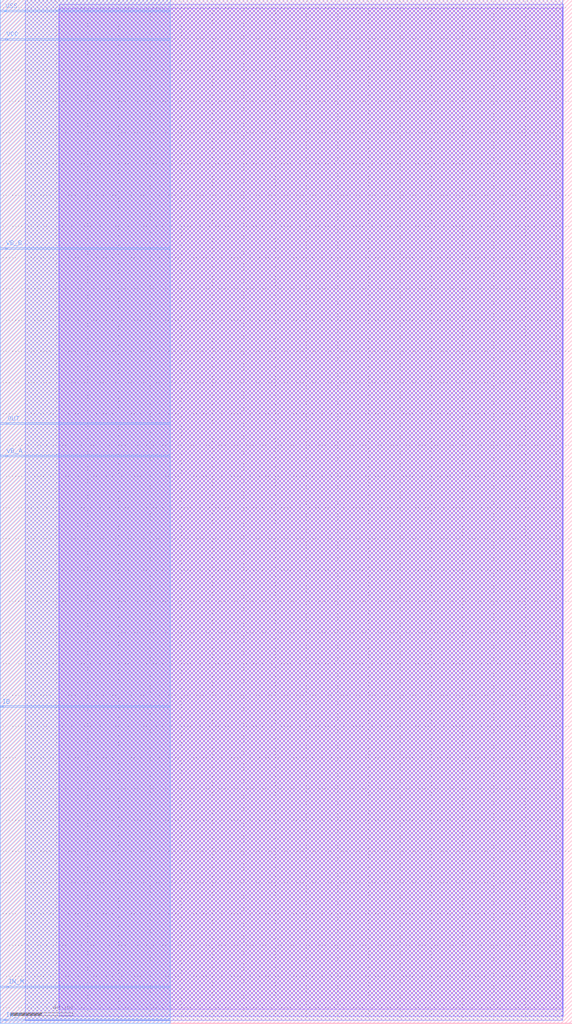
<source format=lef>
VERSION 5.7 ;
  NOWIREEXTENSIONATPIN ON ;
  DIVIDERCHAR "/" ;
  BUSBITCHARS "[]" ;
MACRO opamp_cascode
  CLASS BLOCK ;
  FOREIGN opamp_cascode ;
  ORIGIN -164.000 -70.000 ;
  SIZE 366.000 BY 655.000 ;
  PIN IN_P
    ANTENNAGATEAREA 64.799995 ;
    PORT
      LAYER met3 ;
        RECT 166.800 71.600 167.800 72.600 ;
    END
  END IN_P
  PIN IN_M
    ANTENNAGATEAREA 27.000000 ;
    PORT
      LAYER met3 ;
        RECT 168.300 92.800 169.300 93.800 ;
    END
  END IN_M
  PIN VCC
    ANTENNADIFFAREA 1468.099976 ;
    PORT
      LAYER met3 ;
        RECT 167.600 699.100 168.600 700.100 ;
    END
  END VCC
  PIN VSS
    ANTENNADIFFAREA 21.400000 ;
    PORT
      LAYER met3 ;
        RECT 166.700 717.200 167.700 718.200 ;
    END
  END VSS
  PIN OUT
    ANTENNADIFFAREA 87.000000 ;
    PORT
      LAYER met3 ;
        RECT 168.025 453.320 169.025 454.320 ;
    END
  END OUT
  PIN VB_A
    ANTENNAGATEAREA 2550.000000 ;
    PORT
      LAYER met3 ;
        RECT 167.500 432.400 168.500 433.400 ;
    END
  END VB_A
  PIN VB_B
    ANTENNAGATEAREA 2550.000000 ;
    PORT
      LAYER met3 ;
        RECT 167.300 565.300 168.300 566.300 ;
    END
  END VB_B
  PIN IB
    ANTENNAGATEAREA 450.000000 ;
    ANTENNADIFFAREA 5.800000 ;
    PORT
      LAYER met3 ;
        RECT 164.700 272.200 165.700 273.200 ;
    END
  END IB
  OBS
      LAYER li1 ;
        RECT 201.500 79.095 523.700 719.400 ;
      LAYER met1 ;
        RECT 201.950 74.500 524.500 722.000 ;
      LAYER met2 ;
        RECT 180.000 71.950 524.000 725.000 ;
      LAYER met3 ;
        RECT 164.000 718.200 273.050 725.000 ;
        RECT 164.000 717.200 166.700 718.200 ;
        RECT 168.100 717.200 273.050 718.200 ;
        RECT 164.000 700.100 273.050 717.200 ;
        RECT 164.000 699.100 167.600 700.100 ;
        RECT 169.000 699.100 273.050 700.100 ;
        RECT 164.000 566.300 273.050 699.100 ;
        RECT 164.000 565.300 167.300 566.300 ;
        RECT 168.700 565.300 273.050 566.300 ;
        RECT 164.000 454.320 273.050 565.300 ;
        RECT 164.000 453.320 168.025 454.320 ;
        RECT 169.425 453.320 273.050 454.320 ;
        RECT 164.000 433.400 273.050 453.320 ;
        RECT 164.000 432.400 167.500 433.400 ;
        RECT 168.900 432.400 273.050 433.400 ;
        RECT 164.000 273.200 273.050 432.400 ;
        RECT 164.000 272.200 164.700 273.200 ;
        RECT 166.100 272.200 273.050 273.200 ;
        RECT 164.000 93.800 273.050 272.200 ;
        RECT 164.000 92.800 168.300 93.800 ;
        RECT 169.700 92.800 273.050 93.800 ;
        RECT 164.000 72.600 273.050 92.800 ;
        RECT 164.000 71.600 166.800 72.600 ;
        RECT 168.200 71.600 273.050 72.600 ;
        RECT 164.000 70.000 273.050 71.600 ;
  END
END opamp_cascode
END LIBRARY


</source>
